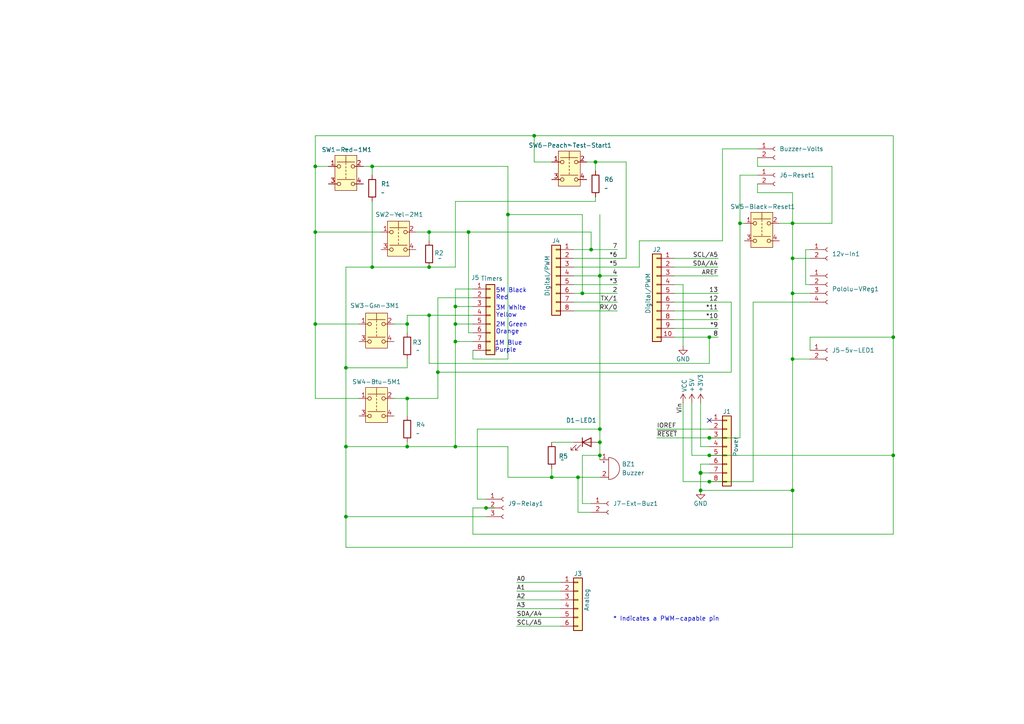
<source format=kicad_sch>
(kicad_sch (version 20231120) (generator "eeschema") (generator_version "8.0")
  (paper "A4")
  (title_block (date "mar. 31 mars 2015"))
  (lib_symbols
    (symbol "Connector:Conn_01x02_Socket" (pin_names (offset 1.016) hide)
      (property "Reference" "J" (at 0 2.54 0))
      (property "Value" "Conn_01x02_Socket" (at 0 -5.08 0))
      (symbol "Conn_01x02_Socket_1_1"
        (arc (start 0 -2.032) (mid -0.5058 -2.54) (end 0 -3.048) (stroke (width 0.1524)))
        (polyline (pts (xy -1.27 -2.54) (xy -0.508 -2.54)) (stroke (width 0.1524)))
        (polyline (pts (xy -1.27 0) (xy -0.508 0)) (stroke (width 0.1524)))
        (arc (start 0 0.508) (mid -0.5058 0) (end 0 -0.508) (stroke (width 0.1524)))
        (pin passive line (at -5.08 0 0) (length 3.81) (name "Pin_1") (number "1"))
        (pin passive line (at -5.08 -2.54 0) (length 3.81) (name "Pin_2") (number "2"))
      )
    )
    (symbol "Connector:Conn_01x03_Socket" (pin_names (offset 1.016) hide)
      (property "Reference" "J" (at 0 5.08 0))
      (property "Value" "Conn_01x03_Socket" (at 0 -5.08 0))
      (symbol "Conn_01x03_Socket_1_1"
        (arc (start 0 -2.032) (mid -0.5058 -2.54) (end 0 -3.048) (stroke (width 0.1524)))
        (polyline (pts (xy -1.27 -2.54) (xy -0.508 -2.54)) (stroke (width 0.1524)))
        (polyline (pts (xy -1.27 0) (xy -0.508 0)) (stroke (width 0.1524)))
        (polyline (pts (xy -1.27 2.54) (xy -0.508 2.54)) (stroke (width 0.1524)))
        (arc (start 0 0.508) (mid -0.5058 0) (end 0 -0.508) (stroke (width 0.1524)))
        (arc (start 0 3.048) (mid -0.5058 2.54) (end 0 2.032) (stroke (width 0.1524)))
        (pin passive line (at -5.08 2.54 0) (length 3.81) (name "Pin_1") (number "1"))
        (pin passive line (at -5.08 0 0) (length 3.81) (name "Pin_2") (number "2"))
        (pin passive line (at -5.08 -2.54 0) (length 3.81) (name "Pin_3") (number "3"))
      )
    )
    (symbol "Connector:Conn_01x04_Socket" (pin_names (offset 1.016) hide)
      (property "Reference" "J" (at 0 5.08 0))
      (property "Value" "Conn_01x04_Socket" (at 0 -7.62 0))
      (symbol "Conn_01x04_Socket_1_1"
        (arc (start 0 -4.572) (mid -0.5058 -5.08) (end 0 -5.588) (stroke (width 0.1524)))
        (arc (start 0 -2.032) (mid -0.5058 -2.54) (end 0 -3.048) (stroke (width 0.1524)))
        (polyline (pts (xy -1.27 -5.08) (xy -0.508 -5.08)) (stroke (width 0.1524)))
        (polyline (pts (xy -1.27 -2.54) (xy -0.508 -2.54)) (stroke (width 0.1524)))
        (polyline (pts (xy -1.27 0) (xy -0.508 0)) (stroke (width 0.1524)))
        (polyline (pts (xy -1.27 2.54) (xy -0.508 2.54)) (stroke (width 0.1524)))
        (arc (start 0 0.508) (mid -0.5058 0) (end 0 -0.508) (stroke (width 0.1524)))
        (arc (start 0 3.048) (mid -0.5058 2.54) (end 0 2.032) (stroke (width 0.1524)))
        (pin passive line (at -5.08 2.54 0) (length 3.81) (name "Pin_1") (number "1"))
        (pin passive line (at -5.08 0 0) (length 3.81) (name "Pin_2") (number "2"))
        (pin passive line (at -5.08 -2.54 0) (length 3.81) (name "Pin_3") (number "3"))
        (pin passive line (at -5.08 -5.08 0) (length 3.81) (name "Pin_4") (number "4"))
      )
    )
    (symbol "Connector_Generic:Conn_01x06" (pin_names (offset 1.016) hide)
      (property "Reference" "J" (at 0 7.62 0))
      (property "Value" "Conn_01x06" (at 0 -10.16 0))
      (symbol "Conn_01x06_1_1"
        (rectangle (start -1.27 -7.493) (end 0 -7.747) (stroke (width 0.1524)))
        (rectangle (start -1.27 -4.953) (end 0 -5.207) (stroke (width 0.1524)))
        (rectangle (start -1.27 -2.413) (end 0 -2.667) (stroke (width 0.1524)))
        (rectangle (start -1.27 0.127) (end 0 -0.127) (stroke (width 0.1524)))
        (rectangle (start -1.27 2.667) (end 0 2.413) (stroke (width 0.1524)))
        (rectangle (start -1.27 5.207) (end 0 4.953) (stroke (width 0.1524)))
        (rectangle (start -1.27 6.35) (end 1.27 -8.89) (stroke (width 0.254)) (fill (type background)))
        (pin passive line (at -5.08 5.08 0) (length 3.81) (name "Pin_1") (number "1"))
        (pin passive line (at -5.08 2.54 0) (length 3.81) (name "Pin_2") (number "2"))
        (pin passive line (at -5.08 0 0) (length 3.81) (name "Pin_3") (number "3"))
        (pin passive line (at -5.08 -2.54 0) (length 3.81) (name "Pin_4") (number "4"))
        (pin passive line (at -5.08 -5.08 0) (length 3.81) (name "Pin_5") (number "5"))
        (pin passive line (at -5.08 -7.62 0) (length 3.81) (name "Pin_6") (number "6"))
      )
    )
    (symbol "Connector_Generic:Conn_01x08" (pin_names (offset 1.016) hide)
      (property "Reference" "J" (at 0 10.16 0))
      (property "Value" "Conn_01x08" (at 0 -12.7 0))
      (symbol "Conn_01x08_1_1"
        (rectangle (start -1.27 -10.033) (end 0 -10.287) (stroke (width 0.1524)))
        (rectangle (start -1.27 -7.493) (end 0 -7.747) (stroke (width 0.1524)))
        (rectangle (start -1.27 -4.953) (end 0 -5.207) (stroke (width 0.1524)))
        (rectangle (start -1.27 -2.413) (end 0 -2.667) (stroke (width 0.1524)))
        (rectangle (start -1.27 0.127) (end 0 -0.127) (stroke (width 0.1524)))
        (rectangle (start -1.27 2.667) (end 0 2.413) (stroke (width 0.1524)))
        (rectangle (start -1.27 5.207) (end 0 4.953) (stroke (width 0.1524)))
        (rectangle (start -1.27 7.747) (end 0 7.493) (stroke (width 0.1524)))
        (rectangle (start -1.27 8.89) (end 1.27 -11.43) (stroke (width 0.254)) (fill (type background)))
        (pin passive line (at -5.08 7.62 0) (length 3.81) (name "Pin_1") (number "1"))
        (pin passive line (at -5.08 5.08 0) (length 3.81) (name "Pin_2") (number "2"))
        (pin passive line (at -5.08 2.54 0) (length 3.81) (name "Pin_3") (number "3"))
        (pin passive line (at -5.08 0 0) (length 3.81) (name "Pin_4") (number "4"))
        (pin passive line (at -5.08 -2.54 0) (length 3.81) (name "Pin_5") (number "5"))
        (pin passive line (at -5.08 -5.08 0) (length 3.81) (name "Pin_6") (number "6"))
        (pin passive line (at -5.08 -7.62 0) (length 3.81) (name "Pin_7") (number "7"))
        (pin passive line (at -5.08 -10.16 0) (length 3.81) (name "Pin_8") (number "8"))
      )
    )
    (symbol "Connector_Generic:Conn_01x10" (pin_names (offset 1.016) hide)
      (property "Reference" "J" (at 0 12.7 0))
      (property "Value" "Conn_01x10" (at 0 -15.24 0))
      (symbol "Conn_01x10_1_1"
        (rectangle (start -1.27 -12.573) (end 0 -12.827) (stroke (width 0.1524)))
        (rectangle (start -1.27 -10.033) (end 0 -10.287) (stroke (width 0.1524)))
        (rectangle (start -1.27 -7.493) (end 0 -7.747) (stroke (width 0.1524)))
        (rectangle (start -1.27 -4.953) (end 0 -5.207) (stroke (width 0.1524)))
        (rectangle (start -1.27 -2.413) (end 0 -2.667) (stroke (width 0.1524)))
        (rectangle (start -1.27 0.127) (end 0 -0.127) (stroke (width 0.1524)))
        (rectangle (start -1.27 2.667) (end 0 2.413) (stroke (width 0.1524)))
        (rectangle (start -1.27 5.207) (end 0 4.953) (stroke (width 0.1524)))
        (rectangle (start -1.27 7.747) (end 0 7.493) (stroke (width 0.1524)))
        (rectangle (start -1.27 10.287) (end 0 10.033) (stroke (width 0.1524)))
        (rectangle (start -1.27 11.43) (end 1.27 -13.97) (stroke (width 0.254)) (fill (type background)))
        (pin passive line (at -5.08 10.16 0) (length 3.81) (name "Pin_1") (number "1"))
        (pin passive line (at -5.08 -12.7 0) (length 3.81) (name "Pin_10") (number "10"))
        (pin passive line (at -5.08 7.62 0) (length 3.81) (name "Pin_2") (number "2"))
        (pin passive line (at -5.08 5.08 0) (length 3.81) (name "Pin_3") (number "3"))
        (pin passive line (at -5.08 2.54 0) (length 3.81) (name "Pin_4") (number "4"))
        (pin passive line (at -5.08 0 0) (length 3.81) (name "Pin_5") (number "5"))
        (pin passive line (at -5.08 -2.54 0) (length 3.81) (name "Pin_6") (number "6"))
        (pin passive line (at -5.08 -5.08 0) (length 3.81) (name "Pin_7") (number "7"))
        (pin passive line (at -5.08 -7.62 0) (length 3.81) (name "Pin_8") (number "8"))
        (pin passive line (at -5.08 -10.16 0) (length 3.81) (name "Pin_9") (number "9"))
      )
    )
    (symbol "Device:Buzzer" (pin_names (offset 0.0254) hide)
      (property "Reference" "BZ" (at 3.81 1.27 0))
      (property "Value" "Buzzer" (at 3.81 -1.27 0))
      (symbol "Buzzer_0_1"
        (arc (start 0 -3.175) (mid 3.1612 0) (end 0 3.175))
        (polyline (pts (xy -1.651 1.905) (xy -1.143 1.905)))
        (polyline (pts (xy -1.397 2.159) (xy -1.397 1.651)))
        (polyline (pts (xy 0 3.175) (xy 0 -3.175)))
      )
      (symbol "Buzzer_1_1"
        (pin passive line (at -2.54 2.54 0) (length 2.54) (name "+") (number "1"))
        (pin passive line (at -2.54 -2.54 0) (length 2.54) (name "-") (number "2"))
      )
    )
    (symbol "Device:LED" (pin_numbers hide) (pin_names (offset 1.016) hide)
      (property "Reference" "D" (at 0 2.54 0))
      (property "Value" "LED" (at 0 -2.54 0))
      (symbol "LED_0_1"
        (polyline (pts (xy -1.27 -1.27) (xy -1.27 1.27)) (stroke (width 0.254)))
        (polyline (pts (xy -1.27 0) (xy 1.27 0)))
        (polyline (pts (xy 1.27 -1.27) (xy 1.27 1.27) (xy -1.27 0) (xy 1.27 -1.27)) (stroke (width 0.254)))
        (polyline (pts (xy -3.048 -0.762) (xy -4.572 -2.286) (xy -3.81 -2.286) (xy -4.572 -2.286) (xy -4.572 -1.524)))
        (polyline (pts (xy -1.778 -0.762) (xy -3.302 -2.286) (xy -2.54 -2.286) (xy -3.302 -2.286) (xy -3.302 -1.524)))
      )
      (symbol "LED_1_1"
        (pin passive line (at -3.81 0 0) (length 2.54) (name "K") (number "1"))
        (pin passive line (at 3.81 0 180) (length 2.54) (name "A") (number "2"))
      )
    )
    (symbol "Device:R" (pin_numbers hide) (pin_names (offset 0))
      (property "Reference" "R" (at 2.032 0 90))
      (property "Value" "R" (at 0 0 90))
      (symbol "R_0_1"
        (rectangle (start -1.016 -2.54) (end 1.016 2.54) (stroke (width 0.254)))
      )
      (symbol "R_1_1"
        (pin passive line (at 0 3.81 270) (length 1.27) (name "~") (number "1"))
        (pin passive line (at 0 -3.81 90) (length 1.27) (name "~") (number "2"))
      )
    )
    (symbol "Switch:SW_Push_Dual" (pin_names (offset 1.016) hide)
      (property "Reference" "SW" (at 0 7.62 0))
      (property "Value" "SW_Push_Dual" (at 0 -6.35 0))
      (symbol "SW_Push_Dual_0_1"
        (circle (center -2.032 -2.54) (radius 0.508))
        (circle (center -2.032 2.54) (radius 0.508))
        (polyline (pts (xy 0 -0.508) (xy 0 -1.016)))
        (polyline (pts (xy 0 0.508) (xy 0 0)))
        (polyline (pts (xy 0 1.016) (xy 0 1.524)))
        (polyline (pts (xy 0 2.032) (xy 0 2.54)))
        (polyline (pts (xy 0 3.048) (xy 0 3.556)))
        (polyline (pts (xy 0 3.81) (xy 0 5.588)))
        (polyline (pts (xy 2.54 -1.27) (xy -2.54 -1.27)))
        (polyline (pts (xy 2.54 3.81) (xy -2.54 3.81)))
        (circle (center 2.032 -2.54) (radius 0.508))
        (circle (center 2.032 2.54) (radius 0.508))
        (pin passive line (at -5.08 2.54 0) (length 2.54) (name "1") (number "1"))
        (pin passive line (at 5.08 2.54 180) (length 2.54) (name "2") (number "2"))
        (pin passive line (at -5.08 -2.54 0) (length 2.54) (name "3") (number "3"))
        (pin passive line (at 5.08 -2.54 180) (length 2.54) (name "4") (number "4"))
      )
      (symbol "SW_Push_Dual_1_1"
        (rectangle (start -3.175 5.715) (end 3.175 -4.445) (fill (type background)))
      )
    )
    (symbol "power:+3V3" (power) (pin_names (offset 0))
      (property "Value" "+3V3" (at 0 3.556 0))
      (symbol "+3V3_0_1"
        (polyline (pts (xy -0.762 1.27) (xy 0 2.54)))
        (polyline (pts (xy 0 0) (xy 0 2.54)))
        (polyline (pts (xy 0 2.54) (xy 0.762 1.27)))
      )
      (symbol "+3V3_1_1"
        (pin power_in line (at 0 0 90) (length 0) hide (name "+3V3") (number "1"))
      )
    )
    (symbol "power:+5V" (power) (pin_names (offset 0))
      (property "Value" "+5V" (at 0 3.556 0))
      (symbol "+5V_0_1"
        (polyline (pts (xy -0.762 1.27) (xy 0 2.54)))
        (polyline (pts (xy 0 0) (xy 0 2.54)))
        (polyline (pts (xy 0 2.54) (xy 0.762 1.27)))
      )
      (symbol "+5V_1_1"
        (pin power_in line (at 0 0 90) (length 0) hide (name "+5V") (number "1"))
      )
    )
    (symbol "power:GND" (power) (pin_names (offset 0))
      (property "Value" "GND" (at 0 -3.81 0))
      (symbol "GND_0_1"
        (polyline (pts (xy 0 0) (xy 0 -1.27) (xy 1.27 -1.27) (xy 0 -2.54) (xy -1.27 -1.27) (xy 0 -1.27)))
      )
      (symbol "GND_1_1"
        (pin power_in line (at 0 0 270) (length 0) hide (name "GND") (number "1"))
      )
    )
    (symbol "power:VCC" (power) (pin_names (offset 0))
      (property "Value" "VCC" (at 0 3.81 0))
      (symbol "VCC_0_1"
        (polyline (pts (xy -0.762 1.27) (xy 0 2.54)))
        (polyline (pts (xy 0 0) (xy 0 2.54)))
        (polyline (pts (xy 0 2.54) (xy 0.762 1.27)))
      )
      (symbol "VCC_1_1"
        (pin power_in line (at 0 0 90) (length 0) hide (name "VCC") (number "1"))
      )
    )
  )
  (junction (at 205.74 139.7))
  (junction (at 173.99 80.01))
  (junction (at 100.33 149.86))
  (junction (at 124.46 91.44))
  (junction (at 118.11 93.98))
  (junction (at 173.99 128.27))
  (junction (at 140.97 147.32))
  (junction (at 91.44 48.26))
  (junction (at 167.64 138.43))
  (junction (at 107.95 48.26))
  (junction (at 118.11 129.54))
  (junction (at 91.44 67.31))
  (junction (at 203.2 137.16) (diameter 1.016))
  (junction (at 172.72 46.99))
  (junction (at 229.87 85.09))
  (junction (at 132.08 129.54))
  (junction (at 100.33 106.68))
  (junction (at 147.32 62.23))
  (junction (at 100.33 129.54))
  (junction (at 124.46 67.31))
  (junction (at 259.08 132.08))
  (junction (at 203.2 142.24))
  (junction (at 171.45 72.39))
  (junction (at 135.89 67.31))
  (junction (at 214.63 64.77))
  (junction (at 132.08 99.06))
  (junction (at 173.99 124.46))
  (junction (at 205.74 127))
  (junction (at 229.87 104.14))
  (junction (at 168.91 85.09))
  (junction (at 154.94 39.37))
  (junction (at 160.02 138.43))
  (junction (at 118.11 115.57))
  (junction (at 107.95 77.47))
  (junction (at 132.08 88.9))
  (junction (at 205.74 132.08))
  (junction (at 127 107.95))
  (junction (at 124.46 77.47))
  (junction (at 91.44 93.98))
  (junction (at 229.87 64.77))
  (junction (at 229.87 142.24))
  (junction (at 132.08 93.98))
  (junction (at 173.99 132.08))
  (junction (at 205.74 97.79))
  (junction (at 229.87 74.93))
  (junction (at 259.08 97.79))
  (no_connect (at 205.74 121.92))
  (wire (pts (xy 214.63 64.77) (xy 215.9 64.77)))
  (wire (pts (xy 166.37 90.17) (xy 179.07 90.17)))
  (wire (pts (xy 127 107.95) (xy 127 115.57)))
  (wire (pts (xy 137.16 104.14) (xy 147.32 104.14)))
  (wire (pts (xy 132.08 99.06) (xy 137.16 99.06)))
  (wire (pts (xy 195.58 92.71) (xy 208.28 92.71)))
  (wire (pts (xy 170.18 46.99) (xy 172.72 46.99)))
  (wire (pts (xy 118.11 115.57) (xy 118.11 120.65)))
  (wire (pts (xy 91.44 48.26) (xy 91.44 39.37)))
  (wire (pts (xy 173.99 80.01) (xy 179.07 80.01)))
  (wire (pts (xy 195.58 74.93) (xy 208.28 74.93)))
  (wire (pts (xy 137.16 147.32) (xy 140.97 147.32)))
  (wire (pts (xy 107.95 48.26) (xy 107.95 50.8)))
  (wire (pts (xy 91.44 93.98) (xy 104.14 93.98)))
  (wire (pts (xy 100.33 158.75) (xy 229.87 158.75)))
  (wire (pts (xy 203.2 134.62) (xy 203.2 137.16)))
  (wire (pts (xy 168.91 62.23) (xy 168.91 85.09)))
  (wire (pts (xy 171.45 72.39) (xy 179.07 72.39)))
  (wire (pts (xy 149.86 181.61) (xy 162.56 181.61)))
  (wire (pts (xy 91.44 93.98) (xy 91.44 115.57)))
  (wire (pts (xy 205.74 139.7) (xy 218.44 139.7)))
  (wire (pts (xy 100.33 149.86) (xy 140.97 149.86)))
  (wire (pts (xy 147.32 129.54) (xy 147.32 138.43)))
  (wire (pts (xy 203.2 137.16) (xy 203.2 142.24)))
  (wire (pts (xy 91.44 48.26) (xy 95.25 48.26)))
  (wire (pts (xy 118.11 106.68) (xy 118.11 104.14)))
  (wire (pts (xy 234.95 101.6) (xy 234.95 97.79)))
  (wire (pts (xy 203.2 129.54) (xy 205.74 129.54)))
  (wire (pts (xy 200.66 132.08) (xy 205.74 132.08)))
  (wire (pts (xy 147.32 48.26) (xy 147.32 62.23)))
  (wire (pts (xy 200.66 116.84) (xy 200.66 132.08)))
  (wire (pts (xy 118.11 128.27) (xy 118.11 129.54)))
  (wire (pts (xy 205.74 105.41) (xy 205.74 97.79)))
  (wire (pts (xy 132.08 58.42) (xy 132.08 77.47)))
  (wire (pts (xy 135.89 96.52) (xy 137.16 96.52)))
  (wire (pts (xy 173.99 62.23) (xy 173.99 80.01)))
  (wire (pts (xy 195.58 85.09) (xy 208.28 85.09)))
  (wire (pts (xy 234.95 74.93) (xy 229.87 74.93)))
  (wire (pts (xy 203.2 116.84) (xy 203.2 129.54)))
  (wire (pts (xy 166.37 72.39) (xy 171.45 72.39)))
  (wire (pts (xy 259.08 132.08) (xy 259.08 154.94)))
  (wire (pts (xy 181.61 46.99) (xy 181.61 74.93)))
  (wire (pts (xy 154.94 39.37) (xy 154.94 46.99)))
  (wire (pts (xy 162.56 168.91) (xy 149.86 168.91)))
  (wire (pts (xy 135.89 67.31) (xy 171.45 67.31)))
  (wire (pts (xy 107.95 58.42) (xy 107.95 77.47)))
  (wire (pts (xy 212.09 87.63) (xy 195.58 87.63)))
  (wire (pts (xy 91.44 115.57) (xy 104.14 115.57)))
  (wire (pts (xy 107.95 77.47) (xy 100.33 77.47)))
  (wire (pts (xy 168.91 85.09) (xy 179.07 85.09)))
  (wire (pts (xy 185.42 69.85) (xy 185.42 77.47)))
  (wire (pts (xy 234.95 97.79) (xy 259.08 97.79)))
  (wire (pts (xy 100.33 106.68) (xy 118.11 106.68)))
  (wire (pts (xy 167.64 138.43) (xy 173.99 138.43)))
  (wire (pts (xy 166.37 74.93) (xy 181.61 74.93)))
  (wire (pts (xy 233.68 82.55) (xy 234.95 82.55)))
  (wire (pts (xy 118.11 91.44) (xy 118.11 93.98)))
  (wire (pts (xy 229.87 85.09) (xy 234.95 85.09)))
  (wire (pts (xy 172.72 46.99) (xy 172.72 49.53)))
  (wire (pts (xy 132.08 88.9) (xy 137.16 88.9)))
  (wire (pts (xy 118.11 93.98) (xy 118.11 96.52)))
  (wire (pts (xy 172.72 46.99) (xy 181.61 46.99)))
  (wire (pts (xy 209.55 43.18) (xy 219.71 43.18)))
  (wire (pts (xy 195.58 95.25) (xy 208.28 95.25)))
  (wire (pts (xy 135.89 67.31) (xy 135.89 96.52)))
  (wire (pts (xy 147.32 62.23) (xy 168.91 62.23)))
  (wire (pts (xy 173.99 128.27) (xy 173.99 132.08)))
  (wire (pts (xy 214.63 50.8) (xy 219.71 50.8)))
  (wire (pts (xy 259.08 39.37) (xy 259.08 97.79)))
  (wire (pts (xy 167.64 148.59) (xy 167.64 138.43)))
  (wire (pts (xy 209.55 43.18) (xy 209.55 69.85)))
  (wire (pts (xy 160.02 128.27) (xy 166.37 128.27)))
  (wire (pts (xy 147.32 62.23) (xy 147.32 104.14)))
  (wire (pts (xy 166.37 80.01) (xy 173.99 80.01)))
  (wire (pts (xy 259.08 97.79) (xy 259.08 132.08)))
  (wire (pts (xy 190.5 124.46) (xy 205.74 124.46)))
  (wire (pts (xy 166.37 85.09) (xy 168.91 85.09)))
  (wire (pts (xy 132.08 129.54) (xy 147.32 129.54)))
  (wire (pts (xy 118.11 91.44) (xy 124.46 91.44)))
  (wire (pts (xy 124.46 91.44) (xy 124.46 105.41)))
  (wire (pts (xy 205.74 127) (xy 214.63 127)))
  (wire (pts (xy 172.72 58.42) (xy 172.72 57.15)))
  (wire (pts (xy 173.99 124.46) (xy 173.99 128.27)))
  (wire (pts (xy 147.32 138.43) (xy 160.02 138.43)))
  (wire (pts (xy 229.87 85.09) (xy 229.87 104.14)))
  (wire (pts (xy 198.12 82.55) (xy 198.12 100.33)))
  (wire (pts (xy 160.02 138.43) (xy 167.64 138.43)))
  (wire (pts (xy 195.58 80.01) (xy 208.28 80.01)))
  (wire (pts (xy 218.44 87.63) (xy 218.44 139.7)))
  (wire (pts (xy 132.08 88.9) (xy 132.08 93.98)))
  (wire (pts (xy 219.71 48.26) (xy 241.3 48.26)))
  (wire (pts (xy 127 86.36) (xy 127 107.95)))
  (wire (pts (xy 162.56 173.99) (xy 149.86 173.99)))
  (wire (pts (xy 190.5 127) (xy 205.74 127)))
  (wire (pts (xy 229.87 74.93) (xy 229.87 85.09)))
  (wire (pts (xy 127 107.95) (xy 212.09 107.95)))
  (wire (pts (xy 124.46 69.85) (xy 124.46 67.31)))
  (wire (pts (xy 205.74 137.16) (xy 203.2 137.16)))
  (wire (pts (xy 132.08 93.98) (xy 137.16 93.98)))
  (wire (pts (xy 212.09 107.95) (xy 212.09 87.63)))
  (wire (pts (xy 91.44 67.31) (xy 91.44 93.98)))
  (wire (pts (xy 137.16 91.44) (xy 124.46 91.44)))
  (wire (pts (xy 118.11 115.57) (xy 127 115.57)))
  (wire (pts (xy 168.91 146.05) (xy 171.45 146.05)))
  (wire (pts (xy 100.33 77.47) (xy 100.33 106.68)))
  (wire (pts (xy 214.63 50.8) (xy 214.63 64.77)))
  (wire (pts (xy 137.16 154.94) (xy 137.16 147.32)))
  (wire (pts (xy 171.45 67.31) (xy 171.45 72.39)))
  (wire (pts (xy 205.74 139.7) (xy 198.12 139.7)))
  (wire (pts (xy 154.94 39.37) (xy 259.08 39.37)))
  (wire (pts (xy 229.87 104.14) (xy 234.95 104.14)))
  (wire (pts (xy 160.02 46.99) (xy 154.94 46.99)))
  (wire (pts (xy 132.08 77.47) (xy 124.46 77.47)))
  (wire (pts (xy 149.86 171.45) (xy 162.56 171.45)))
  (wire (pts (xy 219.71 45.72) (xy 219.71 48.26)))
  (wire (pts (xy 138.43 124.46) (xy 138.43 144.78)))
  (wire (pts (xy 100.33 106.68) (xy 100.33 129.54)))
  (wire (pts (xy 132.08 83.82) (xy 132.08 88.9)))
  (wire (pts (xy 226.06 64.77) (xy 229.87 64.77)))
  (wire (pts (xy 132.08 99.06) (xy 132.08 129.54)))
  (wire (pts (xy 100.33 149.86) (xy 100.33 158.75)))
  (wire (pts (xy 137.16 104.14) (xy 137.16 101.6)))
  (wire (pts (xy 91.44 39.37) (xy 154.94 39.37)))
  (wire (pts (xy 229.87 55.88) (xy 219.71 55.88)))
  (wire (pts (xy 173.99 80.01) (xy 173.99 124.46)))
  (wire (pts (xy 172.72 58.42) (xy 132.08 58.42)))
  (wire (pts (xy 195.58 82.55) (xy 198.12 82.55)))
  (wire (pts (xy 100.33 129.54) (xy 118.11 129.54)))
  (wire (pts (xy 91.44 48.26) (xy 91.44 67.31)))
  (wire (pts (xy 91.44 67.31) (xy 110.49 67.31)))
  (wire (pts (xy 205.74 134.62) (xy 203.2 134.62)))
  (wire (pts (xy 219.71 55.88) (xy 219.71 53.34)))
  (wire (pts (xy 132.08 93.98) (xy 132.08 99.06)))
  (wire (pts (xy 234.95 87.63) (xy 218.44 87.63)))
  (wire (pts (xy 127 86.36) (xy 137.16 86.36)))
  (wire (pts (xy 195.58 90.17) (xy 208.28 90.17)))
  (wire (pts (xy 233.68 72.39) (xy 233.68 82.55)))
  (wire (pts (xy 229.87 64.77) (xy 229.87 74.93)))
  (wire (pts (xy 229.87 142.24) (xy 203.2 142.24)))
  (wire (pts (xy 166.37 77.47) (xy 185.42 77.47)))
  (wire (pts (xy 149.86 176.53) (xy 162.56 176.53)))
  (wire (pts (xy 160.02 135.89) (xy 160.02 138.43)))
  (wire (pts (xy 168.91 132.08) (xy 173.99 132.08)))
  (wire (pts (xy 229.87 142.24) (xy 229.87 158.75)))
  (wire (pts (xy 120.65 67.31) (xy 124.46 67.31)))
  (wire (pts (xy 168.91 132.08) (xy 168.91 146.05)))
  (wire (pts (xy 173.99 132.08) (xy 173.99 133.35)))
  (wire (pts (xy 124.46 67.31) (xy 135.89 67.31)))
  (wire (pts (xy 229.87 55.88) (xy 229.87 64.77)))
  (wire (pts (xy 138.43 144.78) (xy 140.97 144.78)))
  (wire (pts (xy 124.46 105.41) (xy 205.74 105.41)))
  (wire (pts (xy 205.74 132.08) (xy 259.08 132.08)))
  (wire (pts (xy 234.95 72.39) (xy 233.68 72.39)))
  (wire (pts (xy 173.99 124.46) (xy 138.43 124.46)))
  (wire (pts (xy 241.3 64.77) (xy 229.87 64.77)))
  (wire (pts (xy 241.3 48.26) (xy 241.3 64.77)))
  (wire (pts (xy 105.41 48.26) (xy 107.95 48.26)))
  (wire (pts (xy 195.58 77.47) (xy 208.28 77.47)))
  (wire (pts (xy 137.16 83.82) (xy 132.08 83.82)))
  (wire (pts (xy 140.97 147.32) (xy 143.51 147.32)))
  (wire (pts (xy 166.37 82.55) (xy 179.07 82.55)))
  (wire (pts (xy 100.33 129.54) (xy 100.33 149.86)))
  (wire (pts (xy 171.45 148.59) (xy 167.64 148.59)))
  (wire (pts (xy 114.3 115.57) (xy 118.11 115.57)))
  (wire (pts (xy 137.16 154.94) (xy 259.08 154.94)))
  (wire (pts (xy 229.87 104.14) (xy 229.87 142.24)))
  (wire (pts (xy 209.55 69.85) (xy 185.42 69.85)))
  (wire (pts (xy 166.37 87.63) (xy 179.07 87.63)))
  (wire (pts (xy 198.12 139.7) (xy 198.12 116.84)))
  (wire (pts (xy 118.11 93.98) (xy 114.3 93.98)))
  (wire (pts (xy 107.95 77.47) (xy 124.46 77.47)))
  (wire (pts (xy 205.74 97.79) (xy 208.28 97.79)))
  (wire (pts (xy 162.56 179.07) (xy 149.86 179.07)))
  (wire (pts (xy 107.95 48.26) (xy 147.32 48.26)))
  (wire (pts (xy 118.11 129.54) (xy 132.08 129.54)))
  (wire (pts (xy 195.58 97.79) (xy 205.74 97.79)))
  (wire (pts (xy 214.63 64.77) (xy 214.63 127)))
  (text "1M Blue\nPurple" (at 143.51 100.584 0) (effects (font (size 1.27 1.27)) (justify left)))
  (text "2M Green\nOrange" (at 143.764 95.25 0) (effects (font (size 1.27 1.27)) (justify left)))
  (text "3M White\nYellow" (at 143.764 90.424 0) (effects (font (size 1.27 1.27)) (justify left)))
  (text "* Indicates a PWM-capable pin" (at 177.8 180.34 0) (effects (font (size 1.27 1.27)) (justify left bottom)))
  (text "5M Black\nRed" (at 143.764 85.344 0) (effects (font (size 1.27 1.27)) (justify left)))
  (label "RX{slash}0" (at 179.07 90.17 180))
  (label "A2" (at 149.86 173.99 0))
  (label "4" (at 179.07 80.01 180))
  (label "2" (at 179.07 85.09 180))
  (label "A3" (at 149.86 176.53 0))
  (label "13" (at 208.28 85.09 180))
  (label "12" (at 208.28 87.63 180))
  (label "~{RESET}" (at 190.5 127 0))
  (label "*10" (at 208.28 92.71 180))
  (label "7" (at 179.07 72.39 180))
  (label "SDA{slash}A4" (at 208.28 77.47 180))
  (label "8" (at 208.28 97.79 180))
  (label "*11" (at 208.28 90.17 180))
  (label "*3" (at 179.07 82.55 180))
  (label "A1" (at 149.86 171.45 0))
  (label "TX{slash}1" (at 179.07 87.63 180))
  (label "A0" (at 149.86 168.91 0))
  (label "AREF" (at 208.28 80.01 180))
  (label "Vin" (at 198.12 116.84 270))
  (label "*6" (at 179.07 74.93 180))
  (label "SCL{slash}A5" (at 208.28 74.93 180))
  (label "*9" (at 208.28 95.25 180))
  (label "*5" (at 179.07 77.47 180))
  (label "IOREF" (at 190.5 124.46 0))
  (label "SDA{slash}A4" (at 149.86 179.07 0))
  (label "SCL{slash}A5" (at 149.86 181.61 0))
  (symbol (lib_id "Connector_Generic:Conn_01x08") (at 210.82 129.54 0) (unit 1)
    (property "Reference" "J1" (at 210.82 119.38 0))
    (property "Value" "Power" (at 213.36 129.54 90))
    (property "Footprint" "Connector_PinSocket_2.54mm:PinSocket_1x08_P2.54mm_Vertical" (effects (hide yes)))
  )
  (symbol (lib_id "power:+3V3") (at 203.2 116.84 0) (unit 1)
    (property "Reference" "#PWR03" (effects (hide yes)))
    (property "Value" "+3V3" (at 203.2 113.792 90) (effects (justify left)))
  )
  (symbol (lib_id "power:+5V") (at 200.66 116.84 0) (unit 1)
    (property "Reference" "#PWR02" (effects (hide yes)))
    (property "Value" "+5V" (at 200.66 113.792 90) (effects (justify left)))
  )
  (symbol (lib_id "power:GND") (at 203.2 142.24 0) (unit 1)
    (property "Reference" "#PWR04" (effects (hide yes)))
    (property "Value" "GND" (at 203.2 146.05 0))
  )
  (symbol (lib_id "Connector_Generic:Conn_01x10") (at 190.5 85.09 0) (mirror y) (unit 1)
    (property "Reference" "J2" (at 190.5 72.39 0))
    (property "Value" "Digital/PWM" (at 187.96 85.09 90))
    (property "Footprint" "Connector_PinSocket_2.54mm:PinSocket_1x10_P2.54mm_Vertical" (effects (hide yes)))
  )
  (symbol (lib_id "power:GND") (at 198.12 100.33 0) (unit 1)
    (property "Reference" "#PWR05" (effects (hide yes)))
    (property "Value" "GND" (at 198.12 104.14 0))
  )
  (symbol (lib_id "Connector_Generic:Conn_01x06") (at 167.64 173.99 0) (unit 1)
    (property "Reference" "J3" (at 167.64 166.37 0))
    (property "Value" "Analog" (at 170.18 173.99 90))
    (property "Footprint" "Connector_PinSocket_2.54mm:PinSocket_1x06_P2.54mm_Vertical" (effects (hide yes)))
  )
  (symbol (lib_id "Connector_Generic:Conn_01x08") (at 161.29 80.01 0) (mirror y) (unit 1)
    (property "Reference" "J4" (at 161.29 69.85 0))
    (property "Value" "Digital/PWM" (at 158.75 80.01 90))
    (property "Footprint" "Connector_PinSocket_2.54mm:PinSocket_1x08_P2.54mm_Vertical" (effects (hide yes)))
  )
  (symbol (lib_id "Connector:Conn_01x04_Socket") (at 240.03 82.55 0) (unit 1)
    (property "Reference" "Pololu-VReg1" (at 241.3 83.8199 0) (effects (justify left)))
    (property "Value" "Conn_01x04_Socket" (effects (hide yes)))
    (property "Footprint" "Connector_PinSocket_2.54mm:PinSocket_1x04_P2.54mm_Vertical" (effects (hide yes)))
    (property "Description" "Generic connector, single row, 01x04, script generated" (effects (hide yes)))
  )
  (symbol (lib_id "Connector_Generic:Conn_01x08") (at 142.24 91.44 0) (unit 1)
    (property "Reference" "J5" (at 136.652 80.518 0) (effects (justify left)))
    (property "Value" "Timers" (at 139.446 80.772 0) (effects (justify left)))
    (property "Footprint" "Connector_PinSocket_2.54mm:PinSocket_1x08_P2.54mm_Vertical" (effects (hide yes)))
    (property "Description" "Generic connector, single row, 01x08, script generated (kicad-library-utils/schlib/autogen/connector/)" (effects (hide yes)))
  )
  (symbol (lib_id "Device:R") (at 118.11 124.46 0) (unit 1)
    (property "Reference" "R4" (at 120.65 123.1899 0) (effects (justify left)))
    (property "Value" "~" (at 120.65 125.7299 0) (effects (justify left)))
    (property "Footprint" "Resistor_THT:R_Axial_DIN0309_L9.0mm_D3.2mm_P2.54mm_Vertical" (effects (hide yes)))
    (property "Description" "Resistor" (effects (hide yes)))
  )
  (symbol (lib_id "Connector:Conn_01x03_Socket") (at 146.05 147.32 0) (unit 1)
    (property "Reference" "J9-Relay1" (at 147.32 146.0499 0) (effects (justify left)))
    (property "Value" "Conn_01x03_Socket" (effects (hide yes)))
    (property "Footprint" "Connector_PinSocket_2.54mm:PinSocket_1x03_P2.54mm_Vertical" (effects (hide yes)))
    (property "Description" "Generic connector, single row, 01x03, script generated" (effects (hide yes)))
  )
  (symbol (lib_id "Switch:SW_Push_Dual") (at 220.98 67.31 0) (unit 1)
    (property "Reference" "SW5-Black-Reset1" (at 221.234 59.944 0))
    (property "Value" "~" (at 220.98 59.69 0))
    (property "Footprint" "Button_Switch_THT:SW_PUSH_6mm" (effects (hide yes)))
    (property "Description" "Push button switch, generic, symbol, four pins" (effects (hide yes)))
  )
  (symbol (lib_id "Connector:Conn_01x02_Socket") (at 224.79 43.18 0) (unit 1)
    (property "Reference" "Buzzer-Volts" (at 226.06 43.1799 0) (effects (justify left)))
    (property "Footprint" "Connector_PinSocket_2.54mm:PinSocket_1x02_P2.54mm_Vertical" (effects (hide yes)))
    (property "Description" "Generic connector, single row, 01x02, script generated" (effects (hide yes)))
  )
  (symbol (lib_id "Device:R") (at 172.72 53.34 0) (unit 1)
    (property "Reference" "R6" (at 175.26 52.0699 0) (effects (justify left)))
    (property "Value" "~" (at 175.26 54.6099 0) (effects (justify left)))
    (property "Footprint" "Resistor_THT:R_Axial_DIN0309_L9.0mm_D3.2mm_P2.54mm_Vertical" (effects (hide yes)))
    (property "Description" "Resistor" (effects (hide yes)))
  )
  (symbol (lib_id "Switch:SW_Push_Dual") (at 109.22 96.52 0) (unit 1)
    (property "Reference" "SW3-Grn-3M1" (at 108.712 88.646 0))
    (property "Value" "~" (at 109.22 88.9 0))
    (property "Footprint" "Button_Switch_THT:SW_PUSH_6mm" (effects (hide yes)))
    (property "Description" "Push button switch, generic, symbol, four pins" (effects (hide yes)))
  )
  (symbol (lib_id "Device:R") (at 124.46 73.66 0) (unit 1)
    (property "Reference" "R2" (at 125.984 73.406 0) (effects (justify left)))
    (property "Value" "~" (at 127 74.9299 0) (effects (justify left)))
    (property "Footprint" "Resistor_THT:R_Axial_DIN0309_L9.0mm_D3.2mm_P2.54mm_Vertical" (effects (hide yes)))
    (property "Description" "Resistor" (effects (hide yes)))
  )
  (symbol (lib_id "Connector:Conn_01x02_Socket") (at 240.03 72.39 0) (unit 1)
    (property "Reference" "12v-In1" (at 241.3 73.6599 0) (effects (justify left)))
    (property "Value" "Conn_01x02_Socket" (effects (hide yes)))
    (property "Footprint" "Connector_PinSocket_2.54mm:PinSocket_1x02_P2.54mm_Vertical" (effects (hide yes)))
    (property "Description" "Generic connector, single row, 01x02, script generated" (effects (hide yes)))
  )
  (symbol (lib_id "Connector:Conn_01x02_Socket") (at 176.53 146.05 0) (unit 1)
    (property "Reference" "J7-Ext-Buz1" (at 177.8 146.0499 0) (effects (justify left)))
    (property "Value" "Conn_01x02_Socket" (effects (hide yes)))
    (property "Footprint" "Connector_PinSocket_2.54mm:PinSocket_1x02_P2.54mm_Vertical" (effects (hide yes)))
    (property "Description" "Generic connector, single row, 01x02, script generated" (effects (hide yes)))
  )
  (symbol (lib_id "power:VCC") (at 198.12 116.84 0) (unit 1)
    (property "Reference" "#PWR01" (effects (hide yes)))
    (property "Value" "VCC" (at 198.501 113.792 90) (effects (justify left)))
  )
  (symbol (lib_id "Device:LED") (at 170.18 128.27 0) (unit 1)
    (property "Reference" "D1-LED1" (at 168.5925 121.92 0))
    (property "Value" "LED" (effects (hide yes)))
    (property "Footprint" "LED_THT:LED_D1.8mm_W1.8mm_H2.4mm_Horizontal_O1.27mm_Z1.6mm" (effects (hide yes)))
    (property "Description" "Light emitting diode" (effects (hide yes)))
  )
  (symbol (lib_id "Connector:Conn_01x02_Socket") (at 224.79 50.8 0) (unit 1)
    (property "Reference" "J6-Reset1" (at 226.06 50.7999 0) (effects (justify left)))
    (property "Value" "J6-Reset" (effects (hide yes)))
    (property "Footprint" "Connector_PinSocket_2.54mm:PinSocket_1x02_P2.54mm_Vertical" (effects (hide yes)))
    (property "Description" "Generic connector, single row, 01x02, script generated" (effects (hide yes)))
  )
  (symbol (lib_id "Switch:SW_Push_Dual") (at 165.1 49.53 0) (unit 1)
    (property "Reference" "SW6-Peach-Test-Start1" (at 165.354 42.164 0))
    (property "Value" "~" (at 165.1 41.91 0))
    (property "Footprint" "Button_Switch_THT:SW_PUSH_6mm" (effects (hide yes)))
    (property "Description" "Push button switch, generic, symbol, four pins" (effects (hide yes)))
  )
  (symbol (lib_id "Switch:SW_Push_Dual") (at 115.57 69.85 0) (unit 1)
    (property "Reference" "SW2-Yel-2M1" (at 115.824 62.23 0))
    (property "Value" "~" (at 115.57 62.23 0))
    (property "Footprint" "Button_Switch_THT:SW_PUSH_6mm" (effects (hide yes)))
    (property "Description" "Push button switch, generic, symbol, four pins" (effects (hide yes)))
  )
  (symbol (lib_id "Device:R") (at 160.02 132.08 0) (unit 1)
    (property "Reference" "R5" (at 162.052 132.334 0) (effects (justify left)))
    (property "Value" "~" (at 162.56 133.3499 0) (effects (justify left)))
    (property "Footprint" "Resistor_THT:R_Axial_DIN0309_L9.0mm_D3.2mm_P2.54mm_Vertical" (effects (hide yes)))
    (property "Description" "Resistor" (effects (hide yes)))
  )
  (symbol (lib_id "Device:R") (at 118.11 100.33 0) (unit 1)
    (property "Reference" "R3" (at 119.634 99.314 0) (effects (justify left)))
    (property "Value" "~" (at 120.65 101.5999 0) (effects (justify left)))
    (property "Footprint" "Resistor_THT:R_Axial_DIN0309_L9.0mm_D3.2mm_P2.54mm_Vertical" (effects (hide yes)))
    (property "Description" "Resistor" (effects (hide yes)))
  )
  (symbol (lib_id "Device:Buzzer") (at 176.53 135.89 0) (unit 1)
    (property "Reference" "BZ1" (at 180.34 134.6199 0) (effects (justify left)))
    (property "Value" "Buzzer" (at 180.34 137.1599 0) (effects (justify left)))
    (property "Footprint" "Buzzer_Beeper:Buzzer_12x9.5RM7.6" (effects (hide yes)))
    (property "Description" "Buzzer, polarized" (effects (hide yes)))
  )
  (symbol (lib_id "Device:R") (at 107.95 54.61 0) (unit 1)
    (property "Reference" "R1" (at 110.49 53.3399 0) (effects (justify left)))
    (property "Value" "~" (at 110.49 55.8799 0) (effects (justify left)))
    (property "Footprint" "Resistor_THT:R_Axial_DIN0309_L9.0mm_D3.2mm_P2.54mm_Vertical" (effects (hide yes)))
    (property "Description" "Resistor" (effects (hide yes)))
  )
  (symbol (lib_id "Switch:SW_Push_Dual") (at 100.33 50.8 0) (unit 1)
    (property "Reference" "SW1-Red-1M1" (at 100.584 43.434 0))
    (property "Value" "~" (at 100.33 43.18 0))
    (property "Footprint" "Button_Switch_THT:SW_PUSH_6mm" (effects (hide yes)))
    (property "Description" "Push button switch, generic, symbol, four pins" (effects (hide yes)))
  )
  (symbol (lib_id "Connector:Conn_01x02_Socket") (at 240.03 101.6 0) (unit 1)
    (property "Reference" "J5-5v-LED1" (at 241.3 101.5999 0) (effects (justify left)))
    (property "Value" "Conn_01x02_Socket" (effects (hide yes)))
    (property "Footprint" "Connector_PinSocket_2.54mm:PinSocket_1x02_P2.54mm_Vertical" (effects (hide yes)))
    (property "Description" "Generic connector, single row, 01x02, script generated" (effects (hide yes)))
  )
  (symbol (lib_id "Switch:SW_Push_Dual") (at 109.22 118.11 0) (unit 1)
    (property "Reference" "SW4-Blu-5M1" (at 109.22 110.744 0))
    (property "Value" "~" (at 109.22 110.49 0))
    (property "Footprint" "Button_Switch_THT:SW_PUSH_6mm" (effects (hide yes)))
    (property "Description" "Push button switch, generic, symbol, four pins" (effects (hide yes)))
  )
)
</source>
